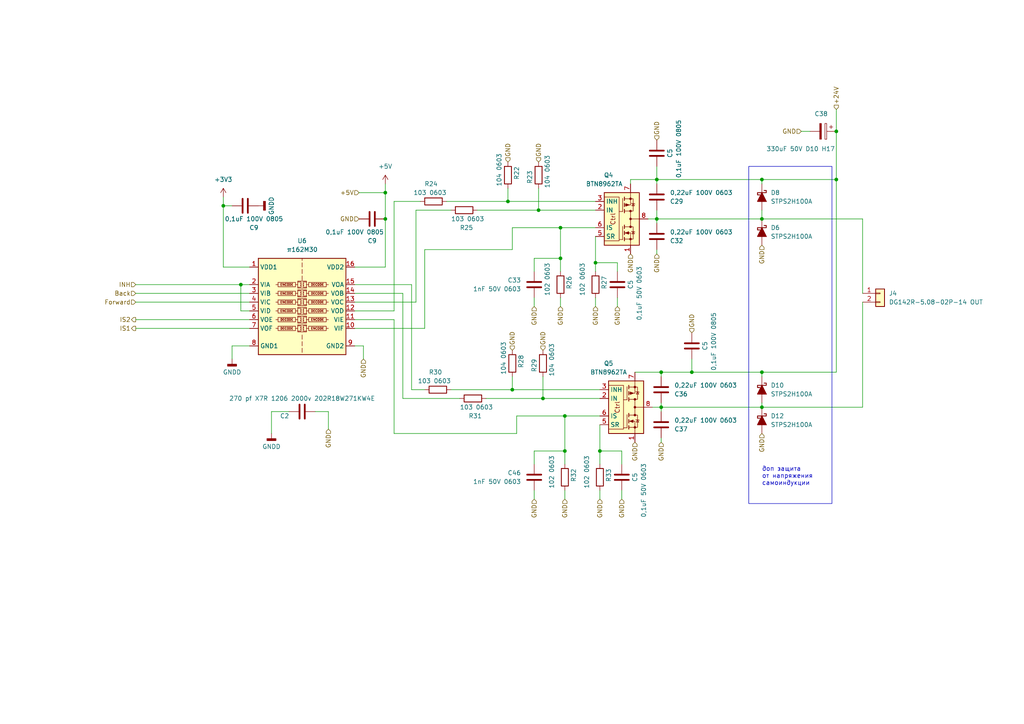
<source format=kicad_sch>
(kicad_sch (version 20230121) (generator eeschema)
  (paper "A4")
  (lib_symbols
    (symbol "Connector_Generic:Conn_01x02" (pin_names (offset 1.016) hide)
      (property "Reference" "J" (at 0 2.54 0))
      (property "Value" "Conn_01x02" (at 0 -5.08 0))
      (symbol "Conn_01x02_1_1"
        (rectangle (start -1.27 -2.413) (end 0 -2.667) (stroke (width 0.1524)))
        (rectangle (start -1.27 0.127) (end 0 -0.127) (stroke (width 0.1524)))
        (rectangle (start -1.27 1.27) (end 1.27 -3.81) (stroke (width 0.254)) (fill (type background)))
        (pin passive line (at -5.08 0 0) (length 3.81) (name "Pin_1") (number "1"))
        (pin passive line (at -5.08 -2.54 0) (length 3.81) (name "Pin_2") (number "2"))
      )
    )
    (symbol "Device:C" (pin_numbers hide) (pin_names (offset 0.254))
      (property "Reference" "C" (at 0.635 2.54 0))
      (property "Value" "C" (at 0.635 -2.54 0))
      (symbol "C_0_1"
        (polyline (pts (xy -2.032 -0.762) (xy 2.032 -0.762)) (stroke (width 0.508)))
        (polyline (pts (xy -2.032 0.762) (xy 2.032 0.762)) (stroke (width 0.508)))
      )
      (symbol "C_1_1"
        (pin passive line (at 0 3.81 270) (length 2.794) (name "~") (number "1"))
        (pin passive line (at 0 -3.81 90) (length 2.794) (name "~") (number "2"))
      )
    )
    (symbol "Device:C_Polarized" (pin_numbers hide) (pin_names (offset 0.254))
      (property "Reference" "C" (at 0.635 2.54 0))
      (property "Value" "C_Polarized" (at 0.635 -2.54 0))
      (symbol "C_Polarized_0_1"
        (rectangle (start -2.286 0.508) (end 2.286 1.016))
        (polyline (pts (xy -1.778 2.286) (xy -0.762 2.286)))
        (polyline (pts (xy -1.27 2.794) (xy -1.27 1.778)))
        (rectangle (start 2.286 -0.508) (end -2.286 -1.016) (fill (type outline)))
      )
      (symbol "C_Polarized_1_1"
        (pin passive line (at 0 3.81 270) (length 2.794) (name "~") (number "1"))
        (pin passive line (at 0 -3.81 90) (length 2.794) (name "~") (number "2"))
      )
    )
    (symbol "Device:R" (pin_numbers hide) (pin_names (offset 0))
      (property "Reference" "R" (at 2.032 0 90))
      (property "Value" "R" (at 0 0 90))
      (symbol "R_0_1"
        (rectangle (start -1.016 -2.54) (end 1.016 2.54) (stroke (width 0.254)))
      )
      (symbol "R_1_1"
        (pin passive line (at 0 3.81 270) (length 1.27) (name "~") (number "1"))
        (pin passive line (at 0 -3.81 90) (length 1.27) (name "~") (number "2"))
      )
    )
    (symbol "Isolator:π162M3x"
      (property "Reference" "U" (at 0 19.05 0))
      (property "Value" "π162M3x" (at 0 16.51 0))
      (symbol "π162M3x_0_0"
        (rectangle (start -6.985 -5.715) (end -1.905 -4.445))
        (rectangle (start -6.985 -3.175) (end -1.905 -1.905))
        (rectangle (start -1.905 0.635) (end -6.985 -0.635))
        (rectangle (start -1.27 -6.096) (end 1.27 -4.064))
        (rectangle (start -1.27 -3.556) (end 1.27 -1.524))
        (rectangle (start -1.27 1.016) (end 1.27 -1.016))
        (rectangle (start -1.27 3.556) (end 1.27 1.524))
        (rectangle (start -1.27 6.096) (end 1.27 4.064))
        (rectangle (start -1.27 8.636) (end 1.27 6.604))
        (arc (start -0.508 -5.842) (mid -0.255 -5.588) (end -0.508 -5.334))
        (arc (start -0.508 -5.334) (mid -0.255 -5.08) (end -0.508 -4.826))
        (arc (start -0.508 -4.826) (mid -0.255 -4.572) (end -0.508 -4.318))
        (arc (start -0.508 -3.302) (mid -0.255 -3.048) (end -0.508 -2.794))
        (arc (start -0.508 -2.794) (mid -0.255 -2.54) (end -0.508 -2.286))
        (arc (start -0.508 -2.286) (mid -0.255 -2.032) (end -0.508 -1.778))
        (arc (start -0.508 -0.762) (mid -0.2551 -0.508) (end -0.508 -0.254))
        (arc (start -0.508 -0.254) (mid -0.2551 0) (end -0.508 0.254))
        (arc (start -0.508 0.254) (mid -0.2551 0.508) (end -0.508 0.762))
        (arc (start -0.508 1.778) (mid -0.2551 2.032) (end -0.508 2.286))
        (arc (start -0.508 2.286) (mid -0.2551 2.54) (end -0.508 2.794))
        (arc (start -0.508 2.794) (mid -0.2551 3.048) (end -0.508 3.302))
        (arc (start -0.508 4.318) (mid -0.2551 4.572) (end -0.508 4.826))
        (arc (start -0.508 4.826) (mid -0.2551 5.08) (end -0.508 5.334))
        (arc (start -0.508 5.334) (mid -0.2551 5.588) (end -0.508 5.842))
        (arc (start -0.508 6.858) (mid -0.2551 7.112) (end -0.508 7.366))
        (arc (start -0.508 7.366) (mid -0.2551 7.62) (end -0.508 7.874))
        (arc (start -0.508 7.874) (mid -0.2551 8.128) (end -0.508 8.382))
        (polyline (pts (xy -6.985 -5.08) (xy -7.62 -5.08)))
        (polyline (pts (xy -6.985 -2.54) (xy -7.62 -2.54)))
        (polyline (pts (xy -6.985 0) (xy -7.62 0)))
        (polyline (pts (xy -6.985 2.54) (xy -7.62 2.54)))
        (polyline (pts (xy -6.985 5.08) (xy -7.62 5.08)))
        (polyline (pts (xy -6.985 7.62) (xy -7.62 7.62)))
        (polyline (pts (xy -1.905 -5.08) (xy -1.27 -5.08)))
        (polyline (pts (xy -1.905 -2.54) (xy -1.27 -2.54)))
        (polyline (pts (xy -1.905 0) (xy -1.27 0)))
        (polyline (pts (xy -1.905 2.54) (xy -1.27 2.54)))
        (polyline (pts (xy -1.905 5.08) (xy -1.27 5.08)))
        (polyline (pts (xy -1.905 7.62) (xy -1.27 7.62)))
        (polyline (pts (xy -1.27 -5.842) (xy -0.508 -5.842)))
        (polyline (pts (xy -1.27 -4.318) (xy -0.508 -4.318)))
        (polyline (pts (xy -1.27 -3.302) (xy -0.508 -3.302)))
        (polyline (pts (xy -1.27 -1.778) (xy -0.508 -1.778)))
        (polyline (pts (xy -1.27 -0.762) (xy -0.508 -0.762)))
        (polyline (pts (xy -1.27 0.762) (xy -0.508 0.762)))
        (polyline (pts (xy -1.27 1.778) (xy -0.508 1.778)))
        (polyline (pts (xy -1.27 3.302) (xy -0.508 3.302)))
        (polyline (pts (xy -1.27 4.318) (xy -0.508 4.318)))
        (polyline (pts (xy -1.27 5.842) (xy -0.508 5.842)))
        (polyline (pts (xy -1.27 6.858) (xy -0.508 6.858)))
        (polyline (pts (xy -1.27 8.382) (xy -0.508 8.382)))
        (polyline (pts (xy 0 -10.795) (xy 0 -12.065)))
        (polyline (pts (xy 0 -8.89) (xy 0 -10.16)))
        (polyline (pts (xy 0 -6.985) (xy 0 -8.255)))
        (polyline (pts (xy 0 8.89) (xy 0 10.16)))
        (polyline (pts (xy 0 10.795) (xy 0 12.065)))
        (polyline (pts (xy 0 12.7) (xy 0 13.97)))
        (polyline (pts (xy 0 15.24) (xy 0 14.605)))
        (polyline (pts (xy 1.27 -5.842) (xy 0.508 -5.842)))
        (polyline (pts (xy 1.27 -4.318) (xy 0.508 -4.318)))
        (polyline (pts (xy 1.27 -3.302) (xy 0.508 -3.302)))
        (polyline (pts (xy 1.27 -1.778) (xy 0.508 -1.778)))
        (polyline (pts (xy 1.27 -0.762) (xy 0.508 -0.762)))
        (polyline (pts (xy 1.27 0.762) (xy 0.508 0.762)))
        (polyline (pts (xy 1.27 1.778) (xy 0.508 1.778)))
        (polyline (pts (xy 1.27 3.302) (xy 0.508 3.302)))
        (polyline (pts (xy 1.27 4.318) (xy 0.508 4.318)))
        (polyline (pts (xy 1.27 5.842) (xy 0.508 5.842)))
        (polyline (pts (xy 1.27 6.858) (xy 0.508 6.858)))
        (polyline (pts (xy 1.27 8.382) (xy 0.508 8.382)))
        (polyline (pts (xy 1.905 -5.08) (xy 1.27 -5.08)))
        (polyline (pts (xy 1.905 -2.54) (xy 1.27 -2.54)))
        (polyline (pts (xy 1.905 0) (xy 1.27 0)))
        (polyline (pts (xy 1.905 2.54) (xy 1.27 2.54)))
        (polyline (pts (xy 1.905 5.08) (xy 1.27 5.08)))
        (polyline (pts (xy 1.905 7.62) (xy 1.27 7.62)))
        (polyline (pts (xy 6.985 -5.08) (xy 7.62 -5.08)))
        (polyline (pts (xy 6.985 -2.54) (xy 7.62 -2.54)))
        (polyline (pts (xy 6.985 0) (xy 7.62 0)))
        (polyline (pts (xy 6.985 2.54) (xy 7.62 2.54)))
        (polyline (pts (xy 6.985 5.08) (xy 7.62 5.08)))
        (polyline (pts (xy 6.985 7.62) (xy 7.62 7.62)))
        (arc (start 0.508 -5.334) (mid 0.2551 -5.588) (end 0.508 -5.842))
        (arc (start 0.508 -4.826) (mid 0.2551 -5.08) (end 0.508 -5.334))
        (arc (start 0.508 -4.318) (mid 0.2551 -4.572) (end 0.508 -4.826))
        (arc (start 0.508 -2.794) (mid 0.2551 -3.048) (end 0.508 -3.302))
        (arc (start 0.508 -2.286) (mid 0.2551 -2.54) (end 0.508 -2.794))
        (arc (start 0.508 -1.778) (mid 0.2551 -2.032) (end 0.508 -2.286))
        (arc (start 0.508 -0.254) (mid 0.2551 -0.508) (end 0.508 -0.762))
        (arc (start 0.508 0.254) (mid 0.2551 0) (end 0.508 -0.254))
        (arc (start 0.508 0.762) (mid 0.2551 0.508) (end 0.508 0.254))
        (arc (start 0.508 2.286) (mid 0.2551 2.032) (end 0.508 1.778))
        (arc (start 0.508 2.794) (mid 0.2551 2.54) (end 0.508 2.286))
        (arc (start 0.508 3.302) (mid 0.2551 3.048) (end 0.508 2.794))
        (arc (start 0.508 4.826) (mid 0.2551 4.572) (end 0.508 4.318))
        (arc (start 0.508 5.334) (mid 0.2551 5.08) (end 0.508 4.826))
        (arc (start 0.508 5.842) (mid 0.2551 5.588) (end 0.508 5.334))
        (arc (start 0.508 7.366) (mid 0.2551 7.112) (end 0.508 6.858))
        (arc (start 0.508 7.874) (mid 0.2551 7.62) (end 0.508 7.366))
        (arc (start 0.508 8.382) (mid 0.2551 8.128) (end 0.508 7.874))
        (rectangle (start 1.905 0.635) (end 6.985 -0.635))
        (rectangle (start 1.905 3.175) (end 6.985 1.905))
        (rectangle (start 1.905 5.715) (end 6.985 4.445))
        (rectangle (start 1.905 8.255) (end 6.985 6.985))
        (rectangle (start 6.985 -5.715) (end 1.905 -4.445))
        (text "DECODE" (at -4.445 -5.08 0) (effects (font (size 0.635 0.635))))
        (text "DECODE" (at -4.445 -2.54 0) (effects (font (size 0.635 0.635))))
        (text "DECODE" (at 4.445 0 0) (effects (font (size 0.635 0.635))))
        (text "DECODE" (at 4.445 2.54 0) (effects (font (size 0.635 0.635))))
        (text "DECODE" (at 4.445 5.08 0) (effects (font (size 0.635 0.635))))
        (text "DECODE" (at 4.445 7.62 0) (effects (font (size 0.635 0.635))))
        (text "ENCODE" (at -4.445 0 0) (effects (font (size 0.635 0.635))))
        (text "ENCODE" (at -4.445 2.54 0) (effects (font (size 0.635 0.635))))
        (text "ENCODE" (at -4.445 5.08 0) (effects (font (size 0.635 0.635))))
        (text "ENCODE" (at -4.445 7.62 0) (effects (font (size 0.635 0.635))))
        (text "ENCODE" (at 4.445 -5.08 0) (effects (font (size 0.635 0.635))))
        (text "ENCODE" (at 4.445 -2.54 0) (effects (font (size 0.635 0.635))))
      )
      (symbol "π162M3x_0_1"
        (rectangle (start -12.7 15.24) (end 12.7 -12.7) (stroke (width 0.254)) (fill (type background)))
        (rectangle (start -1.905 3.175) (end -6.985 1.905))
        (rectangle (start -1.905 5.715) (end -6.985 4.445))
        (rectangle (start -1.905 8.255) (end -6.985 6.985))
        (rectangle (start 6.985 -3.175) (end 1.905 -1.905))
      )
      (symbol "π162M3x_1_1"
        (pin power_in line (at -15.24 12.7 0) (length 2.54) (name "VDD1") (number "1"))
        (pin input line (at 15.24 -5.08 180) (length 2.54) (name "VIF") (number "10"))
        (pin input line (at 15.24 -2.54 180) (length 2.54) (name "VIE") (number "11"))
        (pin output line (at 15.24 0 180) (length 2.54) (name "VOD") (number "12"))
        (pin output line (at 15.24 2.54 180) (length 2.54) (name "VOC") (number "13"))
        (pin output line (at 15.24 5.08 180) (length 2.54) (name "VOB") (number "14"))
        (pin output line (at 15.24 7.62 180) (length 2.54) (name "VOA") (number "15"))
        (pin power_in line (at 15.24 12.7 180) (length 2.54) (name "VDD2") (number "16"))
        (pin input line (at -15.24 7.62 0) (length 2.54) (name "VIA") (number "2"))
        (pin input line (at -15.24 5.08 0) (length 2.54) (name "VIB") (number "3"))
        (pin input line (at -15.24 2.54 0) (length 2.54) (name "VIC") (number "4"))
        (pin input line (at -15.24 0 0) (length 2.54) (name "VID") (number "5"))
        (pin output line (at -15.24 -2.54 0) (length 2.54) (name "VOE") (number "6"))
        (pin output line (at -15.24 -5.08 0) (length 2.54) (name "VOF") (number "7"))
        (pin power_in line (at -15.24 -10.16 0) (length 2.54) (name "GND1") (number "8"))
        (pin power_in line (at 15.24 -10.16 180) (length 2.54) (name "GND2") (number "9"))
      )
    )
    (symbol "PCM_4ms_Power-symbol:+5V" (power) (pin_numbers hide) (pin_names (offset 0) hide)
      (property "Value" "+5V" (at 0 3.556 0))
      (symbol "+5V_0_1"
        (polyline (pts (xy -0.762 1.27) (xy 0 2.54)))
        (polyline (pts (xy 0 0) (xy 0 2.54)))
        (polyline (pts (xy 0 2.54) (xy 0.762 1.27)))
      )
      (symbol "+5V_1_1"
        (pin power_in line (at 0 0 90) (length 0) hide (name "+5V") (number "1"))
      )
    )
    (symbol "PCM_Diode_Schottky_AKL:STPS2H100A" (pin_numbers hide) (pin_names (offset 1.016) hide)
      (property "Reference" "D" (at 0 5.08 0))
      (property "Value" "STPS2H100A" (at 0 2.54 0))
      (symbol "STPS2H100A_0_1"
        (polyline (pts (xy -1.27 0) (xy 1.27 0)))
        (polyline (pts (xy -1.27 -1.27) (xy -1.27 1.27) (xy 1.27 0) (xy -1.27 -1.27)) (stroke (width 0.254)) (fill (type outline)))
        (polyline (pts (xy 1.905 -0.635) (xy 1.905 -1.27) (xy 1.27 -1.27) (xy 1.27 1.27) (xy 0.635 1.27) (xy 0.635 0.635)) (stroke (width 0.254)))
      )
      (symbol "STPS2H100A_1_1"
        (pin passive line (at 3.81 0 180) (length 2.54) (name "K") (number "1"))
        (pin passive line (at -3.81 0 0) (length 2.54) (name "A") (number "2"))
      )
    )
    (symbol "Power_Management:BTN8982TA"
      (property "Reference" "Q" (at 6.35 5.715 0))
      (property "Value" "BTN8982TA" (at 6.35 3.81 0))
      (symbol "BTN8982TA_0_1"
        (rectangle (start -5.08 7.62) (end 5.08 -7.62) (stroke (width 0.254)) (fill (type background)))
        (polyline (pts (xy 0.254 -5.969) (xy -0.762 -5.969)))
        (polyline (pts (xy 0.254 2.159) (xy -0.762 2.159)))
        (polyline (pts (xy 2.54 0) (xy 5.08 0)))
        (polyline (pts (xy 2.54 2.286) (xy 2.54 -2.286)))
        (polyline (pts (xy 2.54 -5.842) (xy 2.54 -7.62) (xy 2.54 -6.858)))
        (polyline (pts (xy -5.08 6.35) (xy -0.762 6.35) (xy -0.762 -6.35) (xy -5.08 -6.35)))
      )
      (symbol "BTN8982TA_1_0"
        (text "Ctrl" (at -2.54 0 900) (effects (font (size 1.27 1.27))))
      )
      (symbol "BTN8982TA_1_1"
        (polyline (pts (xy 0.762 -5.842) (xy 2.54 -5.842)))
        (polyline (pts (xy 0.762 -5.334) (xy 0.762 -6.35)) (stroke (width 0.254)))
        (polyline (pts (xy 0.762 -4.064) (xy 2.54 -4.064)))
        (polyline (pts (xy 0.762 -3.556) (xy 0.762 -4.572)) (stroke (width 0.254)))
        (polyline (pts (xy 0.762 -2.286) (xy 2.54 -2.286)))
        (polyline (pts (xy 0.762 -1.778) (xy 0.762 -2.794)) (stroke (width 0.254)))
        (polyline (pts (xy 0.762 2.286) (xy 2.54 2.286)))
        (polyline (pts (xy 0.762 2.794) (xy 0.762 1.778)) (stroke (width 0.254)))
        (polyline (pts (xy 0.762 4.064) (xy 2.54 4.064)))
        (polyline (pts (xy 0.762 4.572) (xy 0.762 3.556)) (stroke (width 0.254)))
        (polyline (pts (xy 0.762 5.842) (xy 2.54 5.842)))
        (polyline (pts (xy 0.762 6.35) (xy 0.762 5.334)) (stroke (width 0.254)))
        (polyline (pts (xy 2.54 -5.842) (xy 2.54 -4.064)))
        (polyline (pts (xy 2.54 4.064) (xy 2.54 5.842)))
        (polyline (pts (xy 2.54 7.62) (xy 2.54 5.842)))
        (polyline (pts (xy 0.254 -2.159) (xy 0.254 -5.969) (xy 0.254 -5.969)))
        (polyline (pts (xy 0.254 5.969) (xy 0.254 2.159) (xy 0.254 2.159)))
        (polyline (pts (xy 1.016 -4.064) (xy 2.032 -3.683) (xy 2.032 -4.445) (xy 1.016 -4.064)) (fill (type outline)))
        (polyline (pts (xy 2.159 4.064) (xy 1.143 3.683) (xy 1.143 4.445) (xy 2.159 4.064)) (fill (type outline)))
        (polyline (pts (xy 2.54 -5.842) (xy 3.302 -5.842) (xy 3.302 -2.286) (xy 2.54 -2.286)))
        (polyline (pts (xy 2.54 2.286) (xy 3.302 2.286) (xy 3.302 5.842) (xy 2.54 5.842)))
        (polyline (pts (xy 2.794 -3.556) (xy 2.921 -3.683) (xy 3.683 -3.683) (xy 3.81 -3.81)))
        (polyline (pts (xy 2.794 4.572) (xy 2.921 4.445) (xy 3.683 4.445) (xy 3.81 4.318)))
        (polyline (pts (xy 3.302 -3.683) (xy 2.921 -4.318) (xy 3.683 -4.318) (xy 3.302 -3.683)))
        (polyline (pts (xy 3.302 4.445) (xy 2.921 3.81) (xy 3.683 3.81) (xy 3.302 4.445)))
        (circle (center 2.54 -5.842) (radius 0.2794) (fill (type outline)))
        (circle (center 2.54 -2.286) (radius 0.2794) (fill (type outline)))
        (circle (center 2.54 0) (radius 0.2794) (fill (type outline)))
        (circle (center 2.54 2.286) (radius 0.2794) (fill (type outline)))
        (circle (center 2.54 5.842) (radius 0.2794) (fill (type outline)))
        (pin power_in line (at 2.54 -10.16 90) (length 2.54) (name "~") (number "1"))
        (pin input line (at -7.62 2.54 0) (length 2.54) (name "IN") (number "2"))
        (pin input line (at -7.62 5.08 0) (length 2.54) (name "INH") (number "3"))
        (pin passive line (at 7.62 0 180) (length 2.54) hide (name "~") (number "4"))
        (pin input line (at -7.62 -5.08 0) (length 2.54) (name "SR") (number "5"))
        (pin output line (at -7.62 -2.54 0) (length 2.54) (name "IS") (number "6"))
        (pin power_in line (at 2.54 10.16 270) (length 2.54) (name "~") (number "7"))
        (pin passive line (at 7.62 0 180) (length 2.54) (name "~") (number "8"))
      )
    )
    (symbol "power:+3V3" (power) (pin_numbers hide) (pin_names (offset 0) hide)
      (property "Value" "+3V3" (at 0 3.556 0))
      (symbol "+3V3_0_1"
        (polyline (pts (xy -0.762 1.27) (xy 0 2.54)))
        (polyline (pts (xy 0 0) (xy 0 2.54)))
        (polyline (pts (xy 0 2.54) (xy 0.762 1.27)))
      )
      (symbol "+3V3_1_1"
        (pin power_in line (at 0 0 90) (length 0) hide (name "+3V3") (number "1"))
      )
    )
    (symbol "power:GNDD" (power) (pin_numbers hide) (pin_names (offset 0) hide)
      (property "Value" "GNDD" (at 0 -3.175 0))
      (symbol "GNDD_0_1"
        (rectangle (start -1.27 -1.524) (end 1.27 -2.032) (stroke (width 0.254)) (fill (type outline)))
        (polyline (pts (xy 0 0) (xy 0 -1.524)))
      )
      (symbol "GNDD_1_1"
        (pin power_in line (at 0 0 270) (length 0) hide (name "GNDD") (number "1"))
      )
    )
  )
  (junction (at 191.77 107.95))
  (junction (at 220.98 107.95))
  (junction (at 111.76 63.5))
  (junction (at 173.99 130.81))
  (junction (at 191.77 118.11))
  (junction (at 190.5 52.07))
  (junction (at 242.57 52.07))
  (junction (at 220.98 118.11))
  (junction (at 190.5 63.5))
  (junction (at 148.59 113.03))
  (junction (at 200.66 107.95))
  (junction (at 162.56 74.93))
  (junction (at 69.85 82.55))
  (junction (at 156.21 60.96))
  (junction (at 220.98 52.07))
  (junction (at 157.48 115.57))
  (junction (at 242.57 38.1))
  (junction (at 147.32 58.42))
  (junction (at 64.77 59.69))
  (junction (at 162.56 66.04))
  (junction (at 220.98 63.5))
  (junction (at 172.72 76.2))
  (junction (at 163.83 130.81))
  (junction (at 163.83 120.65))
  (junction (at 111.76 55.88))
  (wire (pts (xy 220.98 63.5) (xy 250.19 63.5)))
  (wire (pts (xy 95.25 119.38) (xy 95.25 124.46)))
  (wire (pts (xy 120.65 60.96) (xy 120.65 87.63)))
  (wire (pts (xy 130.81 60.96) (xy 120.65 60.96)))
  (wire (pts (xy 67.31 100.33) (xy 67.31 104.14)))
  (wire (pts (xy 173.99 130.81) (xy 173.99 134.62)))
  (wire (pts (xy 78.74 119.38) (xy 83.82 119.38)))
  (wire (pts (xy 129.54 58.42) (xy 147.32 58.42)))
  (wire (pts (xy 105.41 100.33) (xy 105.41 104.14)))
  (wire (pts (xy 190.5 63.5) (xy 220.98 63.5)))
  (wire (pts (xy 69.85 82.55) (xy 72.39 82.55)))
  (wire (pts (xy 189.23 118.11) (xy 191.77 118.11)))
  (wire (pts (xy 114.3 58.42) (xy 121.92 58.42)))
  (wire (pts (xy 180.34 134.62) (xy 180.34 130.81)))
  (wire (pts (xy 173.99 123.19) (xy 173.99 130.81)))
  (wire (pts (xy 111.76 77.47) (xy 111.76 63.5)))
  (wire (pts (xy 191.77 127) (xy 191.77 128.27)))
  (wire (pts (xy 78.74 125.73) (xy 78.74 119.38)))
  (wire (pts (xy 147.32 58.42) (xy 172.72 58.42)))
  (wire (pts (xy 220.98 52.07) (xy 242.57 52.07)))
  (wire (pts (xy 179.07 78.74) (xy 179.07 76.2)))
  (wire (pts (xy 39.37 85.09) (xy 72.39 85.09)))
  (wire (pts (xy 149.86 120.65) (xy 149.86 125.73)))
  (wire (pts (xy 179.07 76.2) (xy 172.72 76.2)))
  (wire (pts (xy 130.81 113.03) (xy 148.59 113.03)))
  (wire (pts (xy 39.37 87.63) (xy 72.39 87.63)))
  (wire (pts (xy 69.85 90.17) (xy 69.85 82.55)))
  (wire (pts (xy 250.19 87.63) (xy 250.19 118.11)))
  (wire (pts (xy 119.38 82.55) (xy 102.87 82.55)))
  (wire (pts (xy 234.95 38.1) (xy 232.41 38.1)))
  (wire (pts (xy 191.77 116.84) (xy 191.77 118.11)))
  (wire (pts (xy 191.77 107.95) (xy 200.66 107.95)))
  (wire (pts (xy 72.39 90.17) (xy 69.85 90.17)))
  (wire (pts (xy 119.38 82.55) (xy 119.38 113.03)))
  (wire (pts (xy 172.72 88.9) (xy 172.72 86.36)))
  (wire (pts (xy 123.19 72.39) (xy 148.59 72.39)))
  (wire (pts (xy 64.77 59.69) (xy 67.31 59.69)))
  (wire (pts (xy 123.19 72.39) (xy 123.19 95.25)))
  (wire (pts (xy 102.87 92.71) (xy 114.3 92.71)))
  (wire (pts (xy 154.94 78.74) (xy 154.94 74.93)))
  (wire (pts (xy 172.72 68.58) (xy 172.72 76.2)))
  (wire (pts (xy 220.98 60.96) (xy 220.98 63.5)))
  (wire (pts (xy 184.15 107.95) (xy 191.77 107.95)))
  (wire (pts (xy 154.94 134.62) (xy 154.94 130.81)))
  (wire (pts (xy 242.57 52.07) (xy 242.57 107.95)))
  (wire (pts (xy 102.87 87.63) (xy 120.65 87.63)))
  (wire (pts (xy 111.76 55.88) (xy 111.76 53.34)))
  (wire (pts (xy 147.32 58.42) (xy 147.32 54.61)))
  (wire (pts (xy 220.98 52.07) (xy 220.98 53.34)))
  (wire (pts (xy 157.48 109.22) (xy 157.48 115.57)))
  (wire (pts (xy 114.3 58.42) (xy 114.3 90.17)))
  (wire (pts (xy 154.94 130.81) (xy 163.83 130.81)))
  (wire (pts (xy 220.98 107.95) (xy 242.57 107.95)))
  (wire (pts (xy 116.84 115.57) (xy 133.35 115.57)))
  (wire (pts (xy 242.57 38.1) (xy 242.57 31.75)))
  (wire (pts (xy 172.72 60.96) (xy 156.21 60.96)))
  (wire (pts (xy 138.43 60.96) (xy 156.21 60.96)))
  (wire (pts (xy 114.3 92.71) (xy 114.3 125.73)))
  (wire (pts (xy 180.34 142.24) (xy 180.34 144.78)))
  (wire (pts (xy 220.98 116.84) (xy 220.98 118.11)))
  (wire (pts (xy 180.34 130.81) (xy 173.99 130.81)))
  (wire (pts (xy 156.21 54.61) (xy 156.21 60.96)))
  (wire (pts (xy 190.5 52.07) (xy 220.98 52.07)))
  (wire (pts (xy 104.14 55.88) (xy 111.76 55.88)))
  (wire (pts (xy 200.66 107.95) (xy 220.98 107.95)))
  (wire (pts (xy 190.5 60.96) (xy 190.5 63.5)))
  (wire (pts (xy 173.99 144.78) (xy 173.99 142.24)))
  (wire (pts (xy 191.77 119.38) (xy 191.77 118.11)))
  (wire (pts (xy 191.77 118.11) (xy 220.98 118.11)))
  (wire (pts (xy 102.87 95.25) (xy 123.19 95.25)))
  (wire (pts (xy 200.66 104.14) (xy 200.66 107.95)))
  (wire (pts (xy 39.37 82.55) (xy 69.85 82.55)))
  (wire (pts (xy 162.56 88.9) (xy 162.56 86.36)))
  (wire (pts (xy 162.56 66.04) (xy 172.72 66.04)))
  (wire (pts (xy 114.3 90.17) (xy 102.87 90.17)))
  (wire (pts (xy 64.77 59.69) (xy 64.77 77.47)))
  (wire (pts (xy 39.37 92.71) (xy 72.39 92.71)))
  (wire (pts (xy 140.97 115.57) (xy 157.48 115.57)))
  (wire (pts (xy 102.87 85.09) (xy 116.84 85.09)))
  (wire (pts (xy 190.5 72.39) (xy 190.5 73.66)))
  (wire (pts (xy 163.83 120.65) (xy 149.86 120.65)))
  (wire (pts (xy 105.41 100.33) (xy 102.87 100.33)))
  (wire (pts (xy 190.5 48.26) (xy 190.5 52.07)))
  (wire (pts (xy 148.59 66.04) (xy 148.59 72.39)))
  (wire (pts (xy 162.56 66.04) (xy 148.59 66.04)))
  (wire (pts (xy 163.83 134.62) (xy 163.83 130.81)))
  (wire (pts (xy 182.88 52.07) (xy 190.5 52.07)))
  (wire (pts (xy 163.83 120.65) (xy 173.99 120.65)))
  (wire (pts (xy 64.77 57.15) (xy 64.77 59.69)))
  (wire (pts (xy 191.77 107.95) (xy 191.77 109.22)))
  (wire (pts (xy 187.96 63.5) (xy 190.5 63.5)))
  (wire (pts (xy 242.57 52.07) (xy 242.57 38.1)))
  (wire (pts (xy 39.37 95.25) (xy 72.39 95.25)))
  (wire (pts (xy 163.83 144.78) (xy 163.83 142.24)))
  (wire (pts (xy 179.07 86.36) (xy 179.07 88.9)))
  (wire (pts (xy 114.3 125.73) (xy 149.86 125.73)))
  (wire (pts (xy 250.19 63.5) (xy 250.19 85.09)))
  (wire (pts (xy 163.83 130.81) (xy 163.83 120.65)))
  (wire (pts (xy 116.84 85.09) (xy 116.84 115.57)))
  (wire (pts (xy 102.87 77.47) (xy 111.76 77.47)))
  (wire (pts (xy 190.5 64.77) (xy 190.5 63.5)))
  (wire (pts (xy 111.76 63.5) (xy 111.76 55.88)))
  (wire (pts (xy 91.44 119.38) (xy 95.25 119.38)))
  (wire (pts (xy 154.94 74.93) (xy 162.56 74.93)))
  (wire (pts (xy 154.94 144.78) (xy 154.94 142.24)))
  (wire (pts (xy 119.38 113.03) (xy 123.19 113.03)))
  (wire (pts (xy 220.98 109.22) (xy 220.98 107.95)))
  (wire (pts (xy 64.77 77.47) (xy 72.39 77.47)))
  (wire (pts (xy 182.88 52.07) (xy 182.88 53.34)))
  (wire (pts (xy 220.98 118.11) (xy 250.19 118.11)))
  (wire (pts (xy 154.94 88.9) (xy 154.94 86.36)))
  (wire (pts (xy 148.59 113.03) (xy 148.59 109.22)))
  (wire (pts (xy 72.39 100.33) (xy 67.31 100.33)))
  (wire (pts (xy 172.72 76.2) (xy 172.72 78.74)))
  (wire (pts (xy 162.56 78.74) (xy 162.56 74.93)))
  (wire (pts (xy 148.59 113.03) (xy 173.99 113.03)))
  (wire (pts (xy 157.48 115.57) (xy 173.99 115.57)))
  (wire (pts (xy 162.56 74.93) (xy 162.56 66.04)))
  (wire (pts (xy 190.5 52.07) (xy 190.5 53.34)))
  (rectangle (start 217.17 48.26) (end 241.3 146.05))
  (text "доп защита\nот напряжения\nсамоиндукции" (at 220.98 140.97 0) (effects (font (size 1.27 1.27)) (justify left bottom)))
  (hierarchical_label "GND" (shape input) (at 173.99 144.78 270))
  (hierarchical_label "GND" (shape input) (at 190.5 73.66 270))
  (hierarchical_label "GND" (shape input) (at 105.41 104.14 270))
  (hierarchical_label "GND" (shape input) (at 190.5 40.64 90))
  (hierarchical_label "Forward" (shape input) (at 39.37 87.63 180))
  (hierarchical_label "GND" (shape input) (at 157.48 101.6 90))
  (hierarchical_label "GND" (shape input) (at 220.98 125.73 270))
  (hierarchical_label "Back" (shape input) (at 39.37 85.09 180))
  (hierarchical_label "GND" (shape input) (at 179.07 88.9 270))
  (hierarchical_label "GND" (shape input) (at 232.41 38.1 180))
  (hierarchical_label "IS1" (shape output) (at 39.37 95.25 180))
  (hierarchical_label "GND" (shape input) (at 147.32 46.99 90))
  (hierarchical_label "GND" (shape input) (at 163.83 144.78 270))
  (hierarchical_label "GND" (shape input) (at 182.88 73.66 270))
  (hierarchical_label "GND" (shape input) (at 162.56 88.9 270))
  (hierarchical_label "+24V" (shape input) (at 242.57 31.75 90))
  (hierarchical_label "GND" (shape input) (at 104.14 63.5 180))
  (hierarchical_label "GND" (shape input) (at 148.59 101.6 90))
  (hierarchical_label "GND" (shape input) (at 154.94 88.9 270))
  (hierarchical_label "GND" (shape input) (at 95.25 124.46 270))
  (hierarchical_label "IS2" (shape output) (at 39.37 92.71 180))
  (hierarchical_label "GND" (shape input) (at 156.21 46.99 90))
  (hierarchical_label "+5V" (shape input) (at 104.14 55.88 180))
  (hierarchical_label "INH" (shape input) (at 39.37 82.55 180))
  (hierarchical_label "GND" (shape input) (at 172.72 88.9 270))
  (hierarchical_label "GND" (shape input) (at 154.94 144.78 270))
  (hierarchical_label "GND" (shape input) (at 191.77 128.27 270))
  (hierarchical_label "GND" (shape input) (at 184.15 128.27 270))
  (hierarchical_label "GND" (shape input) (at 180.34 144.78 270))
  (hierarchical_label "GND" (shape input) (at 220.98 71.12 270))
  (hierarchical_label "GND" (shape input) (at 200.66 96.52 90))
  (symbol (lib_id "Device:C") (at 154.94 82.55 0) (mirror x) (unit 1)
    (property "Reference" "C33" (at 151.13 81.28 0) (effects (justify right)))
    (property "Value" "1nF 50V 0603" (at 151.13 83.82 0) (effects (justify right)))
    (property "Footprint" "PCM_Resistor_SMD_AKL:R_0603_1608Metric_Pad1.05x0.95mm_HandSolder" (effects hide))
    (instances (project "Плата насосов" (path "" (reference "C33") (unit 1)) (path "" (reference "C21") (unit 1))))
  )
  (symbol (lib_id "Device:C") (at 107.95 63.5 270) (unit 1)
    (property "Reference" "C9" (at 107.95 69.85 90))
    (property "Value" "0,1uF 100V 0805" (at 102.87 67.31 90))
    (property "Footprint" "PCM_Capacitor_SMD_AKL:C_0805_2012Metric_Pad1.18x1.45mm_HandSolder" (effects hide))
    (instances (project "Плата насосов" (path "" (reference "C9") (unit 1)) (path "" (reference "C31") (unit 1)) (path "" (reference "C19") (unit 1))))
  )
  (symbol (lib_id "Device:C") (at 190.5 57.15 0) (mirror x) (unit 1)
    (property "Reference" "C29" (at 194.31 58.42 0) (effects (justify left)))
    (property "Value" "0,22uF 100V 0603" (at 194.31 55.88 0) (effects (justify left)))
    (property "Footprint" "PCM_Resistor_SMD_AKL:R_0603_1608Metric_Pad1.05x0.95mm_HandSolder" (effects hide))
    (instances (project "Плата насосов" (path "" (reference "C29") (unit 1)) (path "" (reference "C17") (unit 1))))
  )
  (symbol (lib_id "PCM_4ms_Power-symbol:+5V") (at 111.76 53.34 0) (unit 1)
    (property "Reference" "#PWR053" (effects hide))
    (property "Value" "+5V" (at 111.76 48.26 0))
    (instances (project "Плата насосов" (path "" (reference "#PWR053") (unit 1)) (path "" (reference "#PWR058") (unit 1))))
  )
  (symbol (lib_id "power:GNDD") (at 78.74 125.73 0) (unit 1)
    (property "Reference" "#PWR018" (effects hide))
    (property "Value" "GNDD" (at 78.74 129.54 0))
    (instances (project "Плата насосов" (path "" (reference "#PWR018") (unit 1)) (path "" (reference "#PWR047") (unit 1)) (path "" (reference "#PWR044") (unit 1))))
  )
  (symbol (lib_id "Device:C") (at 190.5 68.58 0) (mirror x) (unit 1)
    (property "Reference" "C32" (at 194.31 69.85 0) (effects (justify left)))
    (property "Value" "0,22uF 100V 0603" (at 194.31 67.31 0) (effects (justify left)))
    (property "Footprint" "PCM_Resistor_SMD_AKL:R_0603_1608Metric_Pad1.05x0.95mm_HandSolder" (effects hide))
    (instances (project "Плата насосов" (path "" (reference "C32") (unit 1)) (path "" (reference "C20") (unit 1))))
  )
  (symbol (lib_id "Device:C") (at 87.63 119.38 90) (unit 1)
    (property "Reference" "C2" (at 82.55 120.65 90))
    (property "Value" "270 pf X7R 1206 2000v 202R18W271KW4E" (at 87.63 115.57 90))
    (property "Footprint" "PCM_Capacitor_SMD_Handsoldering_AKL:C_1210_3225Metric_Pad1.42x2.65mm" (effects hide))
    (instances (project "Плата насосов" (path "" (reference "C2") (unit 1)) (path "" (reference "C45") (unit 1)) (path "" (reference "C26") (unit 1))))
  )
  (symbol (lib_id "PCM_Diode_Schottky_AKL:STPS2H100A") (at 220.98 57.15 90) (unit 1)
    (property "Reference" "D8" (at 223.52 55.88 90) (effects (justify right)))
    (property "Value" "STPS2H100A" (at 223.52 58.42 90) (effects (justify right)))
    (property "Footprint" "Diode_SMD:D_SMA" (effects hide))
    (property "Datasheet" "https://www.tme.eu/Document/0cb5a57c53f814682e2fe91a0628017d/stps2h100a.pdf" (effects hide))
    (instances (project "Плата насосов" (path "" (reference "D8") (unit 1)) (path "" (reference "D7") (unit 1))))
  )
  (symbol (lib_id "Device:R") (at 156.21 50.8 0) (unit 1)
    (property "Reference" "R23" (at 153.67 53.34 90) (effects (justify left)))
    (property "Value" "104 0603" (at 158.75 54.61 90) (effects (justify left)))
    (property "Footprint" "PCM_Resistor_SMD_AKL:R_0603_1608Metric_Pad1.05x0.95mm_HandSolder" (effects hide))
    (instances (project "Плата насосов" (path "" (reference "R23") (unit 1)) (path "" (reference "R11") (unit 1))))
  )
  (symbol (lib_id "Device:R") (at 137.16 115.57 270) (unit 1)
    (property "Reference" "R31" (at 135.89 120.65 90) (effects (justify left)))
    (property "Value" "103 0603" (at 133.35 118.11 90) (effects (justify left)))
    (property "Footprint" "PCM_Resistor_SMD_AKL:R_0603_1608Metric_Pad1.05x0.95mm_HandSolder" (effects hide))
    (instances (project "Плата насосов" (path "" (reference "R31") (unit 1)) (path "" (reference "R19") (unit 1))))
  )
  (symbol (lib_id "Isolator:π162M3x") (at 87.63 90.17 0) (unit 1)
    (property "Reference" "U6" (at 87.63 69.85 0))
    (property "Value" "π162M30" (at 87.63 72.39 0))
    (property "Footprint" "Package_SO:SOIC-16_3.9x9.9mm_P1.27mm" (effects hide))
    (property "Datasheet" "https://pdf1.alldatasheet.com/datasheet-pdf/view/1643970/ETC/PAI162M30.html" (effects hide))
    (instances (project "Плата насосов" (path "" (reference "U6") (unit 1)) (path "" (reference "U5") (unit 1))))
  )
  (symbol (lib_id "PCM_Diode_Schottky_AKL:STPS2H100A") (at 220.98 67.31 90) (unit 1)
    (property "Reference" "D6" (at 223.52 66.04 90) (effects (justify right)))
    (property "Value" "STPS2H100A" (at 223.52 68.58 90) (effects (justify right)))
    (property "Footprint" "Diode_SMD:D_SMA" (effects hide))
    (property "Datasheet" "https://www.tme.eu/Document/0cb5a57c53f814682e2fe91a0628017d/stps2h100a.pdf" (effects hide))
    (instances (project "Плата насосов" (path "" (reference "D6") (unit 1)) (path "" (reference "D5") (unit 1))))
  )
  (symbol (lib_id "power:GNDD") (at 67.31 104.14 0) (unit 1)
    (property "Reference" "#PWR018" (effects hide))
    (property "Value" "GNDD" (at 67.31 107.95 0))
    (instances (project "Плата насосов" (path "" (reference "#PWR018") (unit 1)) (path "" (reference "#PWR046") (unit 1)) (path "" (reference "#PWR043") (unit 1))))
  )
  (symbol (lib_id "Device:R") (at 148.59 105.41 180) (unit 1)
    (property "Reference" "R28" (at 151.13 102.87 90) (effects (justify left)))
    (property "Value" "104 0603" (at 146.05 99.06 90) (effects (justify left)))
    (property "Footprint" "PCM_Resistor_SMD_AKL:R_0603_1608Metric_Pad1.05x0.95mm_HandSolder" (effects hide))
    (instances (project "Плата насосов" (path "" (reference "R28") (unit 1)) (path "" (reference "R16") (unit 1))))
  )
  (symbol (lib_id "Device:R") (at 163.83 138.43 180) (unit 1)
    (property "Reference" "R32" (at 166.37 135.89 90) (effects (justify left)))
    (property "Value" "102 0603" (at 160.02 132.08 90) (effects (justify left)))
    (property "Footprint" "PCM_Resistor_SMD_AKL:R_0603_1608Metric_Pad1.05x0.95mm_HandSolder" (effects hide))
    (instances (project "Плата насосов" (path "" (reference "R32") (unit 1)) (path "" (reference "R20") (unit 1))))
  )
  (symbol (lib_id "power:+3V3") (at 64.77 57.15 0) (unit 1)
    (property "Reference" "#PWR017" (effects hide))
    (property "Value" "+3V3" (at 64.77 52.07 0))
    (instances (project "Плата насосов" (path "" (reference "#PWR017") (unit 1)) (path "" (reference "#PWR041") (unit 1)) (path "" (reference "#PWR024") (unit 1))))
  )
  (symbol (lib_id "Device:R") (at 162.56 82.55 180) (unit 1)
    (property "Reference" "R26" (at 165.1 80.01 90) (effects (justify left)))
    (property "Value" "102 0603" (at 158.75 76.2 90) (effects (justify left)))
    (property "Footprint" "PCM_Resistor_SMD_AKL:R_0603_1608Metric_Pad1.05x0.95mm_HandSolder" (effects hide))
    (instances (project "Плата насосов" (path "" (reference "R26") (unit 1)) (path "" (reference "R14") (unit 1))))
  )
  (symbol (lib_id "Device:C") (at 191.77 123.19 0) (mirror x) (unit 1)
    (property "Reference" "C37" (at 195.58 124.46 0) (effects (justify left)))
    (property "Value" "0,22uF 100V 0603" (at 195.58 121.92 0) (effects (justify left)))
    (property "Footprint" "PCM_Resistor_SMD_AKL:R_0603_1608Metric_Pad1.05x0.95mm_HandSolder" (effects hide))
    (instances (project "Плата насосов" (path "" (reference "C37") (unit 1)) (path "" (reference "C25") (unit 1))))
  )
  (symbol (lib_id "power:GNDD") (at 74.93 59.69 90) (unit 1)
    (property "Reference" "#PWR018" (effects hide))
    (property "Value" "GNDD" (at 78.74 59.69 0))
    (instances (project "Плата насосов" (path "" (reference "#PWR018") (unit 1)) (path "" (reference "#PWR045") (unit 1)) (path "" (reference "#PWR042") (unit 1))))
  )
  (symbol (lib_id "Device:R") (at 172.72 82.55 180) (unit 1)
    (property "Reference" "R27" (at 175.26 80.01 90) (effects (justify left)))
    (property "Value" "102 0603" (at 168.91 76.2 90) (effects (justify left)))
    (property "Footprint" "PCM_Resistor_SMD_AKL:R_0603_1608Metric_Pad1.05x0.95mm_HandSolder" (effects hide))
    (instances (project "Плата насосов" (path "" (reference "R27") (unit 1)) (path "" (reference "R15") (unit 1))))
  )
  (symbol (lib_id "Device:C_Polarized") (at 238.76 38.1 270) (unit 1)
    (property "Reference" "C38" (at 236.22 33.02 90) (effects (justify left)))
    (property "Value" "330uF 50V D10 H17" (at 222.25 43.18 90) (effects (justify left)))
    (property "Footprint" "PCM_Capacitor_THT_AKL:C_Radial_D10.0mm_H16.0mm_P5.00mm" (effects hide))
    (instances (project "Плата насосов" (path "" (reference "C38") (unit 1)) (path "" (reference "C38") (unit 1)) (path "" (reference "C42") (unit 1))))
  )
  (symbol (lib_id "Device:C") (at 180.34 138.43 180) (unit 1)
    (property "Reference" "C5" (at 184.15 138.43 90))
    (property "Value" "0,1uF 50V 0603" (at 186.69 142.24 90))
    (property "Footprint" "PCM_Capacitor_SMD_AKL:C_0603_1608Metric_Pad1.08x0.95mm_HandSolder" (effects hide))
    (instances (project "Плата насосов" (path "" (reference "C5") (unit 1)) (path "" (reference "C28") (unit 1)) (path "" (reference "C34") (unit 1))))
  )
  (symbol (lib_id "Device:C") (at 71.12 59.69 270) (unit 1)
    (property "Reference" "C9" (at 73.66 66.04 90))
    (property "Value" "0,1uF 100V 0805" (at 73.66 63.5 90))
    (property "Footprint" "PCM_Capacitor_SMD_AKL:C_0805_2012Metric_Pad1.18x1.45mm_HandSolder" (effects hide))
    (instances (project "Плата насосов" (path "" (reference "C9") (unit 1)) (path "" (reference "C30") (unit 1)) (path "" (reference "C18") (unit 1))))
  )
  (symbol (lib_id "Device:R") (at 157.48 105.41 0) (unit 1)
    (property "Reference" "R29" (at 154.94 107.95 90) (effects (justify left)))
    (property "Value" "104 0603" (at 160.02 109.22 90) (effects (justify left)))
    (property "Footprint" "PCM_Resistor_SMD_AKL:R_0603_1608Metric_Pad1.05x0.95mm_HandSolder" (effects hide))
    (instances (project "Плата насосов" (path "" (reference "R29") (unit 1)) (path "" (reference "R17") (unit 1))))
  )
  (symbol (lib_id "Device:C") (at 200.66 100.33 180) (unit 1)
    (property "Reference" "C5" (at 204.47 100.33 90))
    (property "Value" "0,1uF 100V 0805" (at 207.01 99.06 90))
    (property "Footprint" "PCM_Capacitor_SMD_AKL:C_0805_2012Metric_Pad1.18x1.45mm_HandSolder" (effects hide))
    (instances (project "Плата насосов" (path "" (reference "C5") (unit 1)) (path "" (reference "C35") (unit 1)) (path "" (reference "C41") (unit 1))))
  )
  (symbol (lib_id "Device:R") (at 127 113.03 90) (unit 1)
    (property "Reference" "R30" (at 128.27 107.95 90) (effects (justify left)))
    (property "Value" "103 0603" (at 130.81 110.49 90) (effects (justify left)))
    (property "Footprint" "PCM_Resistor_SMD_AKL:R_0603_1608Metric_Pad1.05x0.95mm_HandSolder" (effects hide))
    (instances (project "Плата насосов" (path "" (reference "R30") (unit 1)) (path "" (reference "R18") (unit 1))))
  )
  (symbol (lib_id "Device:C") (at 191.77 113.03 0) (mirror x) (unit 1)
    (property "Reference" "C36" (at 195.58 114.3 0) (effects (justify left)))
    (property "Value" "0,22uF 100V 0603" (at 195.58 111.76 0) (effects (justify left)))
    (property "Footprint" "PCM_Resistor_SMD_AKL:R_0603_1608Metric_Pad1.05x0.95mm_HandSolder" (effects hide))
    (instances (project "Плата насосов" (path "" (reference "C36") (unit 1)) (path "" (reference "C24") (unit 1))))
  )
  (symbol (lib_id "Device:R") (at 173.99 138.43 180) (unit 1)
    (property "Reference" "R33" (at 176.53 135.89 90) (effects (justify left)))
    (property "Value" "102 0603" (at 170.18 132.08 90) (effects (justify left)))
    (property "Footprint" "PCM_Resistor_SMD_AKL:R_0603_1608Metric_Pad1.05x0.95mm_HandSolder" (effects hide))
    (instances (project "Плата насосов" (path "" (reference "R33") (unit 1)) (path "" (reference "R21") (unit 1))))
  )
  (symbol (lib_id "Device:C") (at 179.07 82.55 180) (unit 1)
    (property "Reference" "C5" (at 182.88 82.55 90))
    (property "Value" "0,1uF 50V 0603" (at 185.42 85.09 90))
    (property "Footprint" "PCM_Capacitor_SMD_AKL:C_0603_1608Metric_Pad1.08x0.95mm_HandSolder" (effects hide))
    (instances (project "Плата насосов" (path "" (reference "C5") (unit 1)) (path "" (reference "C15") (unit 1)) (path "" (reference "C16") (unit 1))))
  )
  (symbol (lib_id "PCM_Diode_Schottky_AKL:STPS2H100A") (at 220.98 121.92 90) (unit 1)
    (property "Reference" "D12" (at 223.52 120.65 90) (effects (justify right)))
    (property "Value" "STPS2H100A" (at 223.52 123.19 90) (effects (justify right)))
    (property "Footprint" "Diode_SMD:D_SMA" (effects hide))
    (property "Datasheet" "https://www.tme.eu/Document/0cb5a57c53f814682e2fe91a0628017d/stps2h100a.pdf" (effects hide))
    (instances (project "Плата насосов" (path "" (reference "D12") (unit 1)) (path "" (reference "D11") (unit 1))))
  )
  (symbol (lib_id "PCM_Diode_Schottky_AKL:STPS2H100A") (at 220.98 113.03 90) (unit 1)
    (property "Reference" "D10" (at 223.52 111.76 90) (effects (justify right)))
    (property "Value" "STPS2H100A" (at 223.52 114.3 90) (effects (justify right)))
    (property "Footprint" "Diode_SMD:D_SMA" (effects hide))
    (property "Datasheet" "https://www.tme.eu/Document/0cb5a57c53f814682e2fe91a0628017d/stps2h100a.pdf" (effects hide))
    (instances (project "Плата насосов" (path "" (reference "D10") (unit 1)) (path "" (reference "D9") (unit 1))))
  )
  (symbol (lib_id "Power_Management:BTN8982TA") (at 181.61 118.11 0) (unit 1)
    (property "Reference" "Q5" (at 176.53 105.41 0))
    (property "Value" "BTN8962TA" (at 176.53 107.95 0))
    (property "Footprint" "Package_TO_SOT_SMD:TO-263-7_TabPin8" (effects hide))
    (property "Datasheet" "https://pdf1.alldatasheet.com/datasheet-pdf/view/863564/INFINEON/BTN8962TA.html" (effects hide))
    (instances (project "Плата насосов" (path "" (reference "Q5") (unit 1)) (path "" (reference "Q7") (unit 1))))
  )
  (symbol (lib_id "Device:R") (at 125.73 58.42 90) (unit 1)
    (property "Reference" "R24" (at 127 53.34 90) (effects (justify left)))
    (property "Value" "103 0603" (at 129.54 55.88 90) (effects (justify left)))
    (property "Footprint" "PCM_Resistor_SMD_AKL:R_0603_1608Metric_Pad1.05x0.95mm_HandSolder" (effects hide))
    (instances (project "Плата насосов" (path "" (reference "R24") (unit 1)) (path "" (reference "R12") (unit 1))))
  )
  (symbol (lib_id "Connector_Generic:Conn_01x02") (at 255.27 85.09 0) (unit 1)
    (property "Reference" "J4" (at 257.81 85.09 0) (effects (justify left)))
    (property "Value" "DG142R-5.08-02P-14 OUT" (at 257.81 87.63 0) (effects (justify left)))
    (property "Footprint" "Connector:DG142R-5.08-02P-14" (effects hide))
    (instances (project "Плата насосов" (path "" (reference "J4") (unit 1)) (path "" (reference "J3") (unit 1))))
  )
  (symbol (lib_id "Device:C") (at 190.5 44.45 180) (unit 1)
    (property "Reference" "C5" (at 194.31 44.45 90))
    (property "Value" "0,1uF 100V 0805" (at 196.85 43.18 90))
    (property "Footprint" "PCM_Capacitor_SMD_AKL:C_0805_2012Metric_Pad1.18x1.45mm_HandSolder" (effects hide))
    (instances (project "Плата насосов" (path "" (reference "C5") (unit 1)) (path "" (reference "C22") (unit 1)) (path "" (reference "C23") (unit 1))))
  )
  (symbol (lib_id "Device:R") (at 134.62 60.96 270) (unit 1)
    (property "Reference" "R25" (at 133.35 66.04 90) (effects (justify left)))
    (property "Value" "103 0603" (at 130.81 63.5 90) (effects (justify left)))
    (property "Footprint" "PCM_Resistor_SMD_AKL:R_0603_1608Metric_Pad1.05x0.95mm_HandSolder" (effects hide))
    (instances (project "Плата насосов" (path "" (reference "R25") (unit 1)) (path "" (reference "R13") (unit 1))))
  )
  (symbol (lib_id "Device:C") (at 154.94 138.43 0) (mirror x) (unit 1)
    (property "Reference" "C46" (at 151.13 137.16 0) (effects (justify right)))
    (property "Value" "1nF 50V 0603" (at 151.13 139.7 0) (effects (justify right)))
    (property "Footprint" "PCM_Resistor_SMD_AKL:R_0603_1608Metric_Pad1.05x0.95mm_HandSolder" (effects hide))
    (instances (project "Плата насосов" (path "" (reference "C46") (unit 1)) (path "" (reference "C27") (unit 1))))
  )
  (symbol (lib_id "Device:R") (at 147.32 50.8 180) (unit 1)
    (property "Reference" "R22" (at 149.86 48.26 90) (effects (justify left)))
    (property "Value" "104 0603" (at 144.78 44.45 90) (effects (justify left)))
    (property "Footprint" "PCM_Resistor_SMD_AKL:R_0603_1608Metric_Pad1.05x0.95mm_HandSolder" (effects hide))
    (instances (project "Плата насосов" (path "" (reference "R22") (unit 1)) (path "" (reference "R10") (unit 1))))
  )
  (symbol (lib_id "Power_Management:BTN8982TA") (at 180.34 63.5 0) (unit 1)
    (property "Reference" "Q4" (at 176.53 50.8 0))
    (property "Value" "BTN8962TA" (at 175.26 53.34 0))
    (property "Footprint" "Package_TO_SOT_SMD:TO-263-7_TabPin8" (effects hide))
    (property "Datasheet" "https://pdf1.alldatasheet.com/datasheet-pdf/view/863564/INFINEON/BTN8962TA.html" (effects hide))
    (instances (project "Плата насосов" (path "" (reference "Q4") (unit 1)) (path "" (reference "Q6") (unit 1))))
  )
)
</source>
